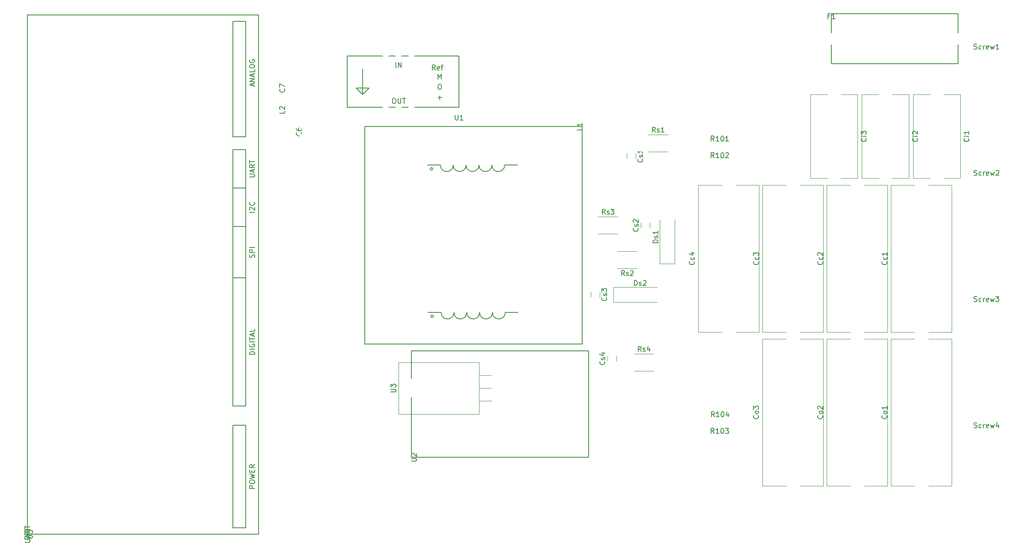
<source format=gbr>
G04 #@! TF.GenerationSoftware,KiCad,Pcbnew,(5.0.0-rc2-39-ga12b9db58)*
G04 #@! TF.CreationDate,2018-05-30T01:03:46-03:00*
G04 #@! TF.ProjectId,Mcc18,4D636331382E6B696361645F70636200,rev?*
G04 #@! TF.SameCoordinates,PX2fb84f0PY2607d70*
G04 #@! TF.FileFunction,Legend,Top*
G04 #@! TF.FilePolarity,Positive*
%FSLAX46Y46*%
G04 Gerber Fmt 4.6, Leading zero omitted, Abs format (unit mm)*
G04 Created by KiCad (PCBNEW (5.0.0-rc2-39-ga12b9db58)) date Wed May 30 01:03:46 2018*
%MOMM*%
%LPD*%
G01*
G04 APERTURE LIST*
%ADD10C,0.150000*%
%ADD11C,0.120000*%
%ADD12O,2.100000X2.940000*%
%ADD13O,2.700000X1.700000*%
%ADD14O,2.400000X1.600000*%
%ADD15R,1.295000X1.400000*%
%ADD16O,4.000000X4.000000*%
%ADD17R,2.500000X4.500000*%
%ADD18O,2.900000X4.900000*%
%ADD19C,2.200000*%
%ADD20R,1.800000X1.800000*%
%ADD21C,5.400000*%
%ADD22C,4.800000*%
%ADD23R,1.800000X1.395000*%
%ADD24O,2.400000X2.305000*%
%ADD25R,2.000000X1.905000*%
%ADD26O,3.900000X3.900000*%
%ADD27C,2.600000*%
%ADD28R,3.500000X2.700000*%
%ADD29R,2.700000X3.500000*%
%ADD30R,1.400000X1.295000*%
%ADD31R,1.495000X3.400000*%
%ADD32C,2.800000*%
%ADD33C,10.400000*%
%ADD34C,3.400000*%
G04 APERTURE END LIST*
D10*
G04 #@! TO.C,U1*
X65532000Y-17272000D02*
X66802000Y-18542000D01*
X68072000Y-17272000D02*
X65532000Y-17272000D01*
X66802000Y-18542000D02*
X68072000Y-17272000D01*
X66802000Y-13462000D02*
X66802000Y-18542000D01*
X85852000Y-10922000D02*
X63754000Y-10922000D01*
X63754000Y-21082000D02*
X63754000Y-10922000D01*
X85852000Y-21082000D02*
X85852000Y-10922000D01*
X85852000Y-21082000D02*
X63754000Y-21082000D01*
G04 #@! TO.C,U2*
X111506000Y-90424000D02*
X111506000Y-69342000D01*
X76454000Y-69342000D02*
X111506000Y-69342000D01*
X76454000Y-90424000D02*
X111506000Y-90424000D01*
X76454000Y-90424000D02*
X76454000Y-69342000D01*
G04 #@! TO.C,L1*
X80645000Y-33274000D02*
G75*
G03X80645000Y-33274000I-254000J0D01*
G01*
X80772000Y-62484000D02*
G75*
G03X80772000Y-62484000I-254000J0D01*
G01*
X79629000Y-32512000D02*
X82169000Y-32512000D01*
X96139000Y-32512000D02*
X97409000Y-32512000D01*
X94869000Y-32512000D02*
X96139000Y-32512000D01*
X92329000Y-32512000D02*
G75*
G02X89789000Y-32512000I-1270000J0D01*
G01*
X84709000Y-32512000D02*
G75*
G02X82169000Y-32512000I-1270000J0D01*
G01*
X87249000Y-32512000D02*
G75*
G02X84709000Y-32512000I-1270000J0D01*
G01*
X89789000Y-32512000D02*
G75*
G02X87249000Y-32512000I-1270000J0D01*
G01*
X94869000Y-32512000D02*
G75*
G02X92329000Y-32512000I-1270000J0D01*
G01*
X96266000Y-61722000D02*
X97536000Y-61722000D01*
X94996000Y-61722000D02*
X96266000Y-61722000D01*
X94996000Y-61722000D02*
G75*
G02X92456000Y-61722000I-1270000J0D01*
G01*
X92456000Y-61722000D02*
G75*
G02X89916000Y-61722000I-1270000J0D01*
G01*
X89916000Y-61722000D02*
G75*
G02X87376000Y-61722000I-1270000J0D01*
G01*
X87376000Y-61722000D02*
G75*
G02X84836000Y-61722000I-1270000J0D01*
G01*
X84836000Y-61722000D02*
G75*
G02X82296000Y-61722000I-1270000J0D01*
G01*
X79756000Y-61722000D02*
X82296000Y-61722000D01*
X67183000Y-24892000D02*
X67183000Y-67945000D01*
X110236000Y-67945000D02*
X67183000Y-67945000D01*
X110236000Y-24892000D02*
X110236000Y-67945000D01*
X110236000Y-24892000D02*
X67183000Y-24892000D01*
G04 #@! TO.C,U5*
X41148000Y-4064000D02*
X41148000Y-26924000D01*
X43688000Y-4064000D02*
X41148000Y-4064000D01*
X43688000Y-26924000D02*
X43688000Y-4064000D01*
X41148000Y-26924000D02*
X43688000Y-26924000D01*
X41148000Y-29464000D02*
X41148000Y-37084000D01*
X43688000Y-29464000D02*
X41148000Y-29464000D01*
X43688000Y-37084000D02*
X43688000Y-29464000D01*
X41148000Y-37084000D02*
X41148000Y-44704000D01*
X43688000Y-37084000D02*
X41148000Y-37084000D01*
X43688000Y-44704000D02*
X43688000Y-37084000D01*
X41148000Y-44704000D02*
X41148000Y-54864000D01*
X43688000Y-44704000D02*
X41148000Y-44704000D01*
X43688000Y-54864000D02*
X43688000Y-44704000D01*
X41148000Y-54864000D02*
X41148000Y-80264000D01*
X43688000Y-54864000D02*
X41148000Y-54864000D01*
X43688000Y-80264000D02*
X43688000Y-54864000D01*
X41148000Y-80264000D02*
X43688000Y-80264000D01*
X41148000Y-84074000D02*
X41148000Y-104394000D01*
X43688000Y-84074000D02*
X41148000Y-84074000D01*
X43688000Y-104394000D02*
X43688000Y-84074000D01*
X41148000Y-104394000D02*
X43688000Y-104394000D01*
X508000Y-2794000D02*
X46228000Y-2794000D01*
X46228000Y-105664000D02*
X46228000Y-2794000D01*
X508000Y-105664000D02*
X508000Y-2794000D01*
X508000Y-105664000D02*
X46228000Y-105664000D01*
D11*
G04 #@! TO.C,Cs4*
X116988000Y-71366000D02*
X116988000Y-70366000D01*
X115168000Y-71366000D02*
X115168000Y-70366000D01*
G04 #@! TO.C,Cs3*
X113686000Y-57666000D02*
X113686000Y-58666000D01*
X111866000Y-57666000D02*
X111866000Y-58666000D01*
G04 #@! TO.C,Cs2*
X123592000Y-44950000D02*
X123592000Y-43950000D01*
X121772000Y-44950000D02*
X121772000Y-43950000D01*
G04 #@! TO.C,Cs1*
X120798000Y-30234000D02*
X120798000Y-31234000D01*
X118978000Y-30234000D02*
X118978000Y-31234000D01*
G04 #@! TO.C,U3*
X89782000Y-74168000D02*
X92322000Y-74168000D01*
X89782000Y-76708000D02*
X92322000Y-76708000D01*
X89782000Y-79248000D02*
X92322000Y-79248000D01*
X73892000Y-71588000D02*
X89782000Y-71588000D01*
X73892000Y-81828000D02*
X89782000Y-81828000D01*
X73892000Y-81828000D02*
X73892000Y-71588000D01*
X89782000Y-81828000D02*
X89782000Y-71588000D01*
G04 #@! TO.C,Ci2*
X168884000Y-35114000D02*
X165520000Y-35114000D01*
X174840000Y-35114000D02*
X171476000Y-35114000D01*
X168884000Y-18494000D02*
X165520000Y-18494000D01*
X174840000Y-18494000D02*
X171476000Y-18494000D01*
X165520000Y-18494000D02*
X165520000Y-35114000D01*
X174840000Y-18494000D02*
X174840000Y-35114000D01*
G04 #@! TO.C,Ci1*
X179044000Y-35114000D02*
X175680000Y-35114000D01*
X185000000Y-35114000D02*
X181636000Y-35114000D01*
X179044000Y-18494000D02*
X175680000Y-18494000D01*
X185000000Y-18494000D02*
X181636000Y-18494000D01*
X175680000Y-18494000D02*
X175680000Y-35114000D01*
X185000000Y-18494000D02*
X185000000Y-35114000D01*
G04 #@! TO.C,Ci3*
X158724000Y-35114000D02*
X155360000Y-35114000D01*
X164680000Y-35114000D02*
X161316000Y-35114000D01*
X158724000Y-18494000D02*
X155360000Y-18494000D01*
X164680000Y-18494000D02*
X161316000Y-18494000D01*
X155360000Y-18494000D02*
X155360000Y-35114000D01*
X164680000Y-18494000D02*
X164680000Y-35114000D01*
G04 #@! TO.C,Ds2*
X116366000Y-59666000D02*
X125066000Y-59666000D01*
X116366000Y-56666000D02*
X116366000Y-59666000D01*
X125066000Y-56666000D02*
X116366000Y-56666000D01*
G04 #@! TO.C,Ds1*
X128500000Y-52036000D02*
X128500000Y-43336000D01*
X125500000Y-52036000D02*
X128500000Y-52036000D01*
X125500000Y-43336000D02*
X125500000Y-52036000D01*
G04 #@! TO.C,Rs4*
X120478000Y-73338000D02*
X124378000Y-73338000D01*
X120478000Y-69918000D02*
X124378000Y-69918000D01*
G04 #@! TO.C,Rs3*
X113366000Y-46160000D02*
X117266000Y-46160000D01*
X113366000Y-42740000D02*
X117266000Y-42740000D01*
G04 #@! TO.C,Rs2*
X121076000Y-49598000D02*
X117176000Y-49598000D01*
X121076000Y-53018000D02*
X117176000Y-53018000D01*
G04 #@! TO.C,Rs1*
X123272000Y-29904000D02*
X127172000Y-29904000D01*
X123272000Y-26484000D02*
X127172000Y-26484000D01*
G04 #@! TO.C,Co2*
X165987000Y-66940000D02*
X170602000Y-66940000D01*
X158582000Y-66940000D02*
X163197000Y-66940000D01*
X165987000Y-96060000D02*
X170602000Y-96060000D01*
X158582000Y-96060000D02*
X163197000Y-96060000D01*
X170602000Y-96060000D02*
X170602000Y-66940000D01*
X158582000Y-96060000D02*
X158582000Y-66940000D01*
G04 #@! TO.C,Cc1*
X171282000Y-65580000D02*
X171282000Y-36460000D01*
X183302000Y-65580000D02*
X183302000Y-36460000D01*
X171282000Y-65580000D02*
X175897000Y-65580000D01*
X178687000Y-65580000D02*
X183302000Y-65580000D01*
X171282000Y-36460000D02*
X175897000Y-36460000D01*
X178687000Y-36460000D02*
X183302000Y-36460000D01*
G04 #@! TO.C,Cc2*
X165987000Y-36460000D02*
X170602000Y-36460000D01*
X158582000Y-36460000D02*
X163197000Y-36460000D01*
X165987000Y-65580000D02*
X170602000Y-65580000D01*
X158582000Y-65580000D02*
X163197000Y-65580000D01*
X170602000Y-65580000D02*
X170602000Y-36460000D01*
X158582000Y-65580000D02*
X158582000Y-36460000D01*
G04 #@! TO.C,Cc3*
X145882000Y-65580000D02*
X145882000Y-36460000D01*
X157902000Y-65580000D02*
X157902000Y-36460000D01*
X145882000Y-65580000D02*
X150497000Y-65580000D01*
X153287000Y-65580000D02*
X157902000Y-65580000D01*
X145882000Y-36460000D02*
X150497000Y-36460000D01*
X153287000Y-36460000D02*
X157902000Y-36460000D01*
G04 #@! TO.C,Co1*
X178687000Y-66940000D02*
X183302000Y-66940000D01*
X171282000Y-66940000D02*
X175897000Y-66940000D01*
X178687000Y-96060000D02*
X183302000Y-96060000D01*
X171282000Y-96060000D02*
X175897000Y-96060000D01*
X183302000Y-96060000D02*
X183302000Y-66940000D01*
X171282000Y-96060000D02*
X171282000Y-66940000D01*
G04 #@! TO.C,Cc4*
X133182000Y-65580000D02*
X133182000Y-36460000D01*
X145202000Y-65580000D02*
X145202000Y-36460000D01*
X133182000Y-65580000D02*
X137797000Y-65580000D01*
X140587000Y-65580000D02*
X145202000Y-65580000D01*
X133182000Y-36460000D02*
X137797000Y-36460000D01*
X140587000Y-36460000D02*
X145202000Y-36460000D01*
G04 #@! TO.C,Co3*
X153287000Y-66940000D02*
X157902000Y-66940000D01*
X145882000Y-66940000D02*
X150497000Y-66940000D01*
X153287000Y-96060000D02*
X157902000Y-96060000D01*
X145882000Y-96060000D02*
X150497000Y-96060000D01*
X157902000Y-96060000D02*
X157902000Y-66940000D01*
X145882000Y-96060000D02*
X145882000Y-66940000D01*
D10*
G04 #@! TO.C,F1*
X184531000Y-2540000D02*
X184531000Y-12446000D01*
X159512000Y-12446000D02*
X184531000Y-12446000D01*
X159512000Y-2540000D02*
X184531000Y-2540000D01*
X159512000Y-2540000D02*
X159512000Y-12446000D01*
G04 #@! TO.C,U1*
X85090095Y-22574380D02*
X85090095Y-23383904D01*
X85137714Y-23479142D01*
X85185333Y-23526761D01*
X85280571Y-23574380D01*
X85471047Y-23574380D01*
X85566285Y-23526761D01*
X85613904Y-23479142D01*
X85661523Y-23383904D01*
X85661523Y-22574380D01*
X86661523Y-23574380D02*
X86090095Y-23574380D01*
X86375809Y-23574380D02*
X86375809Y-22574380D01*
X86280571Y-22717238D01*
X86185333Y-22812476D01*
X86090095Y-22860095D01*
X72914000Y-19264380D02*
X73104476Y-19264380D01*
X73199714Y-19312000D01*
X73294952Y-19407238D01*
X73342571Y-19597714D01*
X73342571Y-19931047D01*
X73294952Y-20121523D01*
X73199714Y-20216761D01*
X73104476Y-20264380D01*
X72914000Y-20264380D01*
X72818761Y-20216761D01*
X72723523Y-20121523D01*
X72675904Y-19931047D01*
X72675904Y-19597714D01*
X72723523Y-19407238D01*
X72818761Y-19312000D01*
X72914000Y-19264380D01*
X73771142Y-19264380D02*
X73771142Y-20073904D01*
X73818761Y-20169142D01*
X73866380Y-20216761D01*
X73961619Y-20264380D01*
X74152095Y-20264380D01*
X74247333Y-20216761D01*
X74294952Y-20169142D01*
X74342571Y-20073904D01*
X74342571Y-19264380D01*
X74675904Y-19264380D02*
X75247333Y-19264380D01*
X74961619Y-20264380D02*
X74961619Y-19264380D01*
X73390190Y-13152380D02*
X73390190Y-12152380D01*
X73866380Y-13152380D02*
X73866380Y-12152380D01*
X74437809Y-13152380D01*
X74437809Y-12152380D01*
X81129238Y-13660380D02*
X80795904Y-13184190D01*
X80557809Y-13660380D02*
X80557809Y-12660380D01*
X80938761Y-12660380D01*
X81034000Y-12708000D01*
X81081619Y-12755619D01*
X81129238Y-12850857D01*
X81129238Y-12993714D01*
X81081619Y-13088952D01*
X81034000Y-13136571D01*
X80938761Y-13184190D01*
X80557809Y-13184190D01*
X81938761Y-13612761D02*
X81843523Y-13660380D01*
X81653047Y-13660380D01*
X81557809Y-13612761D01*
X81510190Y-13517523D01*
X81510190Y-13136571D01*
X81557809Y-13041333D01*
X81653047Y-12993714D01*
X81843523Y-12993714D01*
X81938761Y-13041333D01*
X81986380Y-13136571D01*
X81986380Y-13231809D01*
X81510190Y-13327047D01*
X82272095Y-12993714D02*
X82653047Y-12993714D01*
X82414952Y-13660380D02*
X82414952Y-12803238D01*
X82462571Y-12708000D01*
X82557809Y-12660380D01*
X82653047Y-12660380D01*
X81708666Y-15438380D02*
X81708666Y-14438380D01*
X82042000Y-15152666D01*
X82375333Y-14438380D01*
X82375333Y-15438380D01*
X81946761Y-16470380D02*
X82137238Y-16470380D01*
X82232476Y-16518000D01*
X82327714Y-16613238D01*
X82375333Y-16803714D01*
X82375333Y-17137047D01*
X82327714Y-17327523D01*
X82232476Y-17422761D01*
X82137238Y-17470380D01*
X81946761Y-17470380D01*
X81851523Y-17422761D01*
X81756285Y-17327523D01*
X81708666Y-17137047D01*
X81708666Y-16803714D01*
X81756285Y-16613238D01*
X81851523Y-16518000D01*
X81946761Y-16470380D01*
X81661047Y-19121428D02*
X82422952Y-19121428D01*
X82042000Y-19502380D02*
X82042000Y-18740476D01*
G04 #@! TO.C,R101*
X136294952Y-27756380D02*
X135961619Y-27280190D01*
X135723523Y-27756380D02*
X135723523Y-26756380D01*
X136104476Y-26756380D01*
X136199714Y-26804000D01*
X136247333Y-26851619D01*
X136294952Y-26946857D01*
X136294952Y-27089714D01*
X136247333Y-27184952D01*
X136199714Y-27232571D01*
X136104476Y-27280190D01*
X135723523Y-27280190D01*
X137247333Y-27756380D02*
X136675904Y-27756380D01*
X136961619Y-27756380D02*
X136961619Y-26756380D01*
X136866380Y-26899238D01*
X136771142Y-26994476D01*
X136675904Y-27042095D01*
X137866380Y-26756380D02*
X137961619Y-26756380D01*
X138056857Y-26804000D01*
X138104476Y-26851619D01*
X138152095Y-26946857D01*
X138199714Y-27137333D01*
X138199714Y-27375428D01*
X138152095Y-27565904D01*
X138104476Y-27661142D01*
X138056857Y-27708761D01*
X137961619Y-27756380D01*
X137866380Y-27756380D01*
X137771142Y-27708761D01*
X137723523Y-27661142D01*
X137675904Y-27565904D01*
X137628285Y-27375428D01*
X137628285Y-27137333D01*
X137675904Y-26946857D01*
X137723523Y-26851619D01*
X137771142Y-26804000D01*
X137866380Y-26756380D01*
X139152095Y-27756380D02*
X138580666Y-27756380D01*
X138866380Y-27756380D02*
X138866380Y-26756380D01*
X138771142Y-26899238D01*
X138675904Y-26994476D01*
X138580666Y-27042095D01*
G04 #@! TO.C,U2*
X76406380Y-91185904D02*
X77215904Y-91185904D01*
X77311142Y-91138285D01*
X77358761Y-91090666D01*
X77406380Y-90995428D01*
X77406380Y-90804952D01*
X77358761Y-90709714D01*
X77311142Y-90662095D01*
X77215904Y-90614476D01*
X76406380Y-90614476D01*
X76501619Y-90185904D02*
X76454000Y-90138285D01*
X76406380Y-90043047D01*
X76406380Y-89804952D01*
X76454000Y-89709714D01*
X76501619Y-89662095D01*
X76596857Y-89614476D01*
X76692095Y-89614476D01*
X76834952Y-89662095D01*
X77406380Y-90233523D01*
X77406380Y-89614476D01*
G04 #@! TO.C,L1*
X110188380Y-25058666D02*
X110188380Y-25534857D01*
X109188380Y-25534857D01*
X110188380Y-24201523D02*
X110188380Y-24772952D01*
X110188380Y-24487238D02*
X109188380Y-24487238D01*
X109331238Y-24582476D01*
X109426476Y-24677714D01*
X109474095Y-24772952D01*
G04 #@! TO.C,U5*
X460380Y-106425904D02*
X1269904Y-106425904D01*
X1365142Y-106378285D01*
X1412761Y-106330666D01*
X1460380Y-106235428D01*
X1460380Y-106044952D01*
X1412761Y-105949714D01*
X1365142Y-105902095D01*
X1269904Y-105854476D01*
X460380Y-105854476D01*
X460380Y-104902095D02*
X460380Y-105378285D01*
X936571Y-105425904D01*
X888952Y-105378285D01*
X841333Y-105283047D01*
X841333Y-105044952D01*
X888952Y-104949714D01*
X936571Y-104902095D01*
X1031809Y-104854476D01*
X1269904Y-104854476D01*
X1365142Y-104902095D01*
X1412761Y-104949714D01*
X1460380Y-105044952D01*
X1460380Y-105283047D01*
X1412761Y-105378285D01*
X1365142Y-105425904D01*
X45124666Y-16843047D02*
X45124666Y-16366857D01*
X45410380Y-16938285D02*
X44410380Y-16604952D01*
X45410380Y-16271619D01*
X45410380Y-15938285D02*
X44410380Y-15938285D01*
X45410380Y-15366857D01*
X44410380Y-15366857D01*
X45124666Y-14938285D02*
X45124666Y-14462095D01*
X45410380Y-15033523D02*
X44410380Y-14700190D01*
X45410380Y-14366857D01*
X45410380Y-13557333D02*
X45410380Y-14033523D01*
X44410380Y-14033523D01*
X44410380Y-13033523D02*
X44410380Y-12843047D01*
X44458000Y-12747809D01*
X44553238Y-12652571D01*
X44743714Y-12604952D01*
X45077047Y-12604952D01*
X45267523Y-12652571D01*
X45362761Y-12747809D01*
X45410380Y-12843047D01*
X45410380Y-13033523D01*
X45362761Y-13128761D01*
X45267523Y-13224000D01*
X45077047Y-13271619D01*
X44743714Y-13271619D01*
X44553238Y-13224000D01*
X44458000Y-13128761D01*
X44410380Y-13033523D01*
X44458000Y-11652571D02*
X44410380Y-11747809D01*
X44410380Y-11890666D01*
X44458000Y-12033523D01*
X44553238Y-12128761D01*
X44648476Y-12176380D01*
X44838952Y-12224000D01*
X44981809Y-12224000D01*
X45172285Y-12176380D01*
X45267523Y-12128761D01*
X45362761Y-12033523D01*
X45410380Y-11890666D01*
X45410380Y-11795428D01*
X45362761Y-11652571D01*
X45315142Y-11604952D01*
X44981809Y-11604952D01*
X44981809Y-11795428D01*
X44410380Y-34869238D02*
X45219904Y-34869238D01*
X45315142Y-34821619D01*
X45362761Y-34774000D01*
X45410380Y-34678761D01*
X45410380Y-34488285D01*
X45362761Y-34393047D01*
X45315142Y-34345428D01*
X45219904Y-34297809D01*
X44410380Y-34297809D01*
X45124666Y-33869238D02*
X45124666Y-33393047D01*
X45410380Y-33964476D02*
X44410380Y-33631142D01*
X45410380Y-33297809D01*
X45410380Y-32393047D02*
X44934190Y-32726380D01*
X45410380Y-32964476D02*
X44410380Y-32964476D01*
X44410380Y-32583523D01*
X44458000Y-32488285D01*
X44505619Y-32440666D01*
X44600857Y-32393047D01*
X44743714Y-32393047D01*
X44838952Y-32440666D01*
X44886571Y-32488285D01*
X44934190Y-32583523D01*
X44934190Y-32964476D01*
X44410380Y-32107333D02*
X44410380Y-31535904D01*
X45410380Y-31821619D02*
X44410380Y-31821619D01*
X-39620Y-107259238D02*
X769904Y-107259238D01*
X865142Y-107211619D01*
X912761Y-107164000D01*
X960380Y-107068761D01*
X960380Y-106878285D01*
X912761Y-106783047D01*
X865142Y-106735428D01*
X769904Y-106687809D01*
X-39620Y-106687809D01*
X674666Y-106259238D02*
X674666Y-105783047D01*
X960380Y-106354476D02*
X-39620Y-106021142D01*
X960380Y-105687809D01*
X960380Y-104783047D02*
X484190Y-105116380D01*
X960380Y-105354476D02*
X-39620Y-105354476D01*
X-39620Y-104973523D01*
X8000Y-104878285D01*
X55619Y-104830666D01*
X150857Y-104783047D01*
X293714Y-104783047D01*
X388952Y-104830666D01*
X436571Y-104878285D01*
X484190Y-104973523D01*
X484190Y-105354476D01*
X-39620Y-104497333D02*
X-39620Y-103925904D01*
X960380Y-104211619D02*
X-39620Y-104211619D01*
X45410380Y-41870190D02*
X44410380Y-41870190D01*
X44505619Y-41441619D02*
X44458000Y-41394000D01*
X44410380Y-41298761D01*
X44410380Y-41060666D01*
X44458000Y-40965428D01*
X44505619Y-40917809D01*
X44600857Y-40870190D01*
X44696095Y-40870190D01*
X44838952Y-40917809D01*
X45410380Y-41489238D01*
X45410380Y-40870190D01*
X45315142Y-39870190D02*
X45362761Y-39917809D01*
X45410380Y-40060666D01*
X45410380Y-40155904D01*
X45362761Y-40298761D01*
X45267523Y-40394000D01*
X45172285Y-40441619D01*
X44981809Y-40489238D01*
X44838952Y-40489238D01*
X44648476Y-40441619D01*
X44553238Y-40394000D01*
X44458000Y-40298761D01*
X44410380Y-40155904D01*
X44410380Y-40060666D01*
X44458000Y-39917809D01*
X44505619Y-39870190D01*
X45362761Y-50807809D02*
X45410380Y-50664952D01*
X45410380Y-50426857D01*
X45362761Y-50331619D01*
X45315142Y-50284000D01*
X45219904Y-50236380D01*
X45124666Y-50236380D01*
X45029428Y-50284000D01*
X44981809Y-50331619D01*
X44934190Y-50426857D01*
X44886571Y-50617333D01*
X44838952Y-50712571D01*
X44791333Y-50760190D01*
X44696095Y-50807809D01*
X44600857Y-50807809D01*
X44505619Y-50760190D01*
X44458000Y-50712571D01*
X44410380Y-50617333D01*
X44410380Y-50379238D01*
X44458000Y-50236380D01*
X45410380Y-49807809D02*
X44410380Y-49807809D01*
X44410380Y-49426857D01*
X44458000Y-49331619D01*
X44505619Y-49284000D01*
X44600857Y-49236380D01*
X44743714Y-49236380D01*
X44838952Y-49284000D01*
X44886571Y-49331619D01*
X44934190Y-49426857D01*
X44934190Y-49807809D01*
X45410380Y-48807809D02*
X44410380Y-48807809D01*
X912761Y-106687809D02*
X960380Y-106544952D01*
X960380Y-106306857D01*
X912761Y-106211619D01*
X865142Y-106164000D01*
X769904Y-106116380D01*
X674666Y-106116380D01*
X579428Y-106164000D01*
X531809Y-106211619D01*
X484190Y-106306857D01*
X436571Y-106497333D01*
X388952Y-106592571D01*
X341333Y-106640190D01*
X246095Y-106687809D01*
X150857Y-106687809D01*
X55619Y-106640190D01*
X8000Y-106592571D01*
X-39620Y-106497333D01*
X-39620Y-106259238D01*
X8000Y-106116380D01*
X960380Y-105687809D02*
X-39620Y-105687809D01*
X-39620Y-105306857D01*
X8000Y-105211619D01*
X55619Y-105164000D01*
X150857Y-105116380D01*
X293714Y-105116380D01*
X388952Y-105164000D01*
X436571Y-105211619D01*
X484190Y-105306857D01*
X484190Y-105687809D01*
X960380Y-104687809D02*
X-39620Y-104687809D01*
X45410380Y-70016380D02*
X44410380Y-70016380D01*
X44410380Y-69778285D01*
X44458000Y-69635428D01*
X44553238Y-69540190D01*
X44648476Y-69492571D01*
X44838952Y-69444952D01*
X44981809Y-69444952D01*
X45172285Y-69492571D01*
X45267523Y-69540190D01*
X45362761Y-69635428D01*
X45410380Y-69778285D01*
X45410380Y-70016380D01*
X45410380Y-69016380D02*
X44410380Y-69016380D01*
X44458000Y-68016380D02*
X44410380Y-68111619D01*
X44410380Y-68254476D01*
X44458000Y-68397333D01*
X44553238Y-68492571D01*
X44648476Y-68540190D01*
X44838952Y-68587809D01*
X44981809Y-68587809D01*
X45172285Y-68540190D01*
X45267523Y-68492571D01*
X45362761Y-68397333D01*
X45410380Y-68254476D01*
X45410380Y-68159238D01*
X45362761Y-68016380D01*
X45315142Y-67968761D01*
X44981809Y-67968761D01*
X44981809Y-68159238D01*
X45410380Y-67540190D02*
X44410380Y-67540190D01*
X44410380Y-67206857D02*
X44410380Y-66635428D01*
X45410380Y-66921142D02*
X44410380Y-66921142D01*
X45124666Y-66349714D02*
X45124666Y-65873523D01*
X45410380Y-66444952D02*
X44410380Y-66111619D01*
X45410380Y-65778285D01*
X45410380Y-64968761D02*
X45410380Y-65444952D01*
X44410380Y-65444952D01*
X45410380Y-96543523D02*
X44410380Y-96543523D01*
X44410380Y-96162571D01*
X44458000Y-96067333D01*
X44505619Y-96019714D01*
X44600857Y-95972095D01*
X44743714Y-95972095D01*
X44838952Y-96019714D01*
X44886571Y-96067333D01*
X44934190Y-96162571D01*
X44934190Y-96543523D01*
X44410380Y-95353047D02*
X44410380Y-95162571D01*
X44458000Y-95067333D01*
X44553238Y-94972095D01*
X44743714Y-94924476D01*
X45077047Y-94924476D01*
X45267523Y-94972095D01*
X45362761Y-95067333D01*
X45410380Y-95162571D01*
X45410380Y-95353047D01*
X45362761Y-95448285D01*
X45267523Y-95543523D01*
X45077047Y-95591142D01*
X44743714Y-95591142D01*
X44553238Y-95543523D01*
X44458000Y-95448285D01*
X44410380Y-95353047D01*
X44410380Y-94591142D02*
X45410380Y-94353047D01*
X44696095Y-94162571D01*
X45410380Y-93972095D01*
X44410380Y-93734000D01*
X44886571Y-93353047D02*
X44886571Y-93019714D01*
X45410380Y-92876857D02*
X45410380Y-93353047D01*
X44410380Y-93353047D01*
X44410380Y-92876857D01*
X45410380Y-91876857D02*
X44934190Y-92210190D01*
X45410380Y-92448285D02*
X44410380Y-92448285D01*
X44410380Y-92067333D01*
X44458000Y-91972095D01*
X44505619Y-91924476D01*
X44600857Y-91876857D01*
X44743714Y-91876857D01*
X44838952Y-91924476D01*
X44886571Y-91972095D01*
X44934190Y-92067333D01*
X44934190Y-92448285D01*
G04 #@! TO.C,Cs4*
X114585142Y-71437428D02*
X114632761Y-71485047D01*
X114680380Y-71627904D01*
X114680380Y-71723142D01*
X114632761Y-71866000D01*
X114537523Y-71961238D01*
X114442285Y-72008857D01*
X114251809Y-72056476D01*
X114108952Y-72056476D01*
X113918476Y-72008857D01*
X113823238Y-71961238D01*
X113728000Y-71866000D01*
X113680380Y-71723142D01*
X113680380Y-71627904D01*
X113728000Y-71485047D01*
X113775619Y-71437428D01*
X114632761Y-71056476D02*
X114680380Y-70961238D01*
X114680380Y-70770761D01*
X114632761Y-70675523D01*
X114537523Y-70627904D01*
X114489904Y-70627904D01*
X114394666Y-70675523D01*
X114347047Y-70770761D01*
X114347047Y-70913619D01*
X114299428Y-71008857D01*
X114204190Y-71056476D01*
X114156571Y-71056476D01*
X114061333Y-71008857D01*
X114013714Y-70913619D01*
X114013714Y-70770761D01*
X114061333Y-70675523D01*
X114013714Y-69770761D02*
X114680380Y-69770761D01*
X113632761Y-70008857D02*
X114347047Y-70246952D01*
X114347047Y-69627904D01*
G04 #@! TO.C,Cs3*
X114983142Y-58737428D02*
X115030761Y-58785047D01*
X115078380Y-58927904D01*
X115078380Y-59023142D01*
X115030761Y-59166000D01*
X114935523Y-59261238D01*
X114840285Y-59308857D01*
X114649809Y-59356476D01*
X114506952Y-59356476D01*
X114316476Y-59308857D01*
X114221238Y-59261238D01*
X114126000Y-59166000D01*
X114078380Y-59023142D01*
X114078380Y-58927904D01*
X114126000Y-58785047D01*
X114173619Y-58737428D01*
X115030761Y-58356476D02*
X115078380Y-58261238D01*
X115078380Y-58070761D01*
X115030761Y-57975523D01*
X114935523Y-57927904D01*
X114887904Y-57927904D01*
X114792666Y-57975523D01*
X114745047Y-58070761D01*
X114745047Y-58213619D01*
X114697428Y-58308857D01*
X114602190Y-58356476D01*
X114554571Y-58356476D01*
X114459333Y-58308857D01*
X114411714Y-58213619D01*
X114411714Y-58070761D01*
X114459333Y-57975523D01*
X114078380Y-57594571D02*
X114078380Y-56975523D01*
X114459333Y-57308857D01*
X114459333Y-57166000D01*
X114506952Y-57070761D01*
X114554571Y-57023142D01*
X114649809Y-56975523D01*
X114887904Y-56975523D01*
X114983142Y-57023142D01*
X115030761Y-57070761D01*
X115078380Y-57166000D01*
X115078380Y-57451714D01*
X115030761Y-57546952D01*
X114983142Y-57594571D01*
G04 #@! TO.C,Cs2*
X121189142Y-45021428D02*
X121236761Y-45069047D01*
X121284380Y-45211904D01*
X121284380Y-45307142D01*
X121236761Y-45450000D01*
X121141523Y-45545238D01*
X121046285Y-45592857D01*
X120855809Y-45640476D01*
X120712952Y-45640476D01*
X120522476Y-45592857D01*
X120427238Y-45545238D01*
X120332000Y-45450000D01*
X120284380Y-45307142D01*
X120284380Y-45211904D01*
X120332000Y-45069047D01*
X120379619Y-45021428D01*
X121236761Y-44640476D02*
X121284380Y-44545238D01*
X121284380Y-44354761D01*
X121236761Y-44259523D01*
X121141523Y-44211904D01*
X121093904Y-44211904D01*
X120998666Y-44259523D01*
X120951047Y-44354761D01*
X120951047Y-44497619D01*
X120903428Y-44592857D01*
X120808190Y-44640476D01*
X120760571Y-44640476D01*
X120665333Y-44592857D01*
X120617714Y-44497619D01*
X120617714Y-44354761D01*
X120665333Y-44259523D01*
X120379619Y-43830952D02*
X120332000Y-43783333D01*
X120284380Y-43688095D01*
X120284380Y-43450000D01*
X120332000Y-43354761D01*
X120379619Y-43307142D01*
X120474857Y-43259523D01*
X120570095Y-43259523D01*
X120712952Y-43307142D01*
X121284380Y-43878571D01*
X121284380Y-43259523D01*
G04 #@! TO.C,Cs1*
X122095142Y-31305428D02*
X122142761Y-31353047D01*
X122190380Y-31495904D01*
X122190380Y-31591142D01*
X122142761Y-31734000D01*
X122047523Y-31829238D01*
X121952285Y-31876857D01*
X121761809Y-31924476D01*
X121618952Y-31924476D01*
X121428476Y-31876857D01*
X121333238Y-31829238D01*
X121238000Y-31734000D01*
X121190380Y-31591142D01*
X121190380Y-31495904D01*
X121238000Y-31353047D01*
X121285619Y-31305428D01*
X122142761Y-30924476D02*
X122190380Y-30829238D01*
X122190380Y-30638761D01*
X122142761Y-30543523D01*
X122047523Y-30495904D01*
X121999904Y-30495904D01*
X121904666Y-30543523D01*
X121857047Y-30638761D01*
X121857047Y-30781619D01*
X121809428Y-30876857D01*
X121714190Y-30924476D01*
X121666571Y-30924476D01*
X121571333Y-30876857D01*
X121523714Y-30781619D01*
X121523714Y-30638761D01*
X121571333Y-30543523D01*
X122190380Y-29543523D02*
X122190380Y-30114952D01*
X122190380Y-29829238D02*
X121190380Y-29829238D01*
X121333238Y-29924476D01*
X121428476Y-30019714D01*
X121476095Y-30114952D01*
G04 #@! TO.C,U3*
X72344380Y-77469904D02*
X73153904Y-77469904D01*
X73249142Y-77422285D01*
X73296761Y-77374666D01*
X73344380Y-77279428D01*
X73344380Y-77088952D01*
X73296761Y-76993714D01*
X73249142Y-76946095D01*
X73153904Y-76898476D01*
X72344380Y-76898476D01*
X72344380Y-76517523D02*
X72344380Y-75898476D01*
X72725333Y-76231809D01*
X72725333Y-76088952D01*
X72772952Y-75993714D01*
X72820571Y-75946095D01*
X72915809Y-75898476D01*
X73153904Y-75898476D01*
X73249142Y-75946095D01*
X73296761Y-75993714D01*
X73344380Y-76088952D01*
X73344380Y-76374666D01*
X73296761Y-76469904D01*
X73249142Y-76517523D01*
G04 #@! TO.C,Ci2*
X176447142Y-27208761D02*
X176494761Y-27256380D01*
X176542380Y-27399238D01*
X176542380Y-27494476D01*
X176494761Y-27637333D01*
X176399523Y-27732571D01*
X176304285Y-27780190D01*
X176113809Y-27827809D01*
X175970952Y-27827809D01*
X175780476Y-27780190D01*
X175685238Y-27732571D01*
X175590000Y-27637333D01*
X175542380Y-27494476D01*
X175542380Y-27399238D01*
X175590000Y-27256380D01*
X175637619Y-27208761D01*
X176542380Y-26780190D02*
X175875714Y-26780190D01*
X175542380Y-26780190D02*
X175590000Y-26827809D01*
X175637619Y-26780190D01*
X175590000Y-26732571D01*
X175542380Y-26780190D01*
X175637619Y-26780190D01*
X175637619Y-26351619D02*
X175590000Y-26304000D01*
X175542380Y-26208761D01*
X175542380Y-25970666D01*
X175590000Y-25875428D01*
X175637619Y-25827809D01*
X175732857Y-25780190D01*
X175828095Y-25780190D01*
X175970952Y-25827809D01*
X176542380Y-26399238D01*
X176542380Y-25780190D01*
G04 #@! TO.C,Ci1*
X186607142Y-27208761D02*
X186654761Y-27256380D01*
X186702380Y-27399238D01*
X186702380Y-27494476D01*
X186654761Y-27637333D01*
X186559523Y-27732571D01*
X186464285Y-27780190D01*
X186273809Y-27827809D01*
X186130952Y-27827809D01*
X185940476Y-27780190D01*
X185845238Y-27732571D01*
X185750000Y-27637333D01*
X185702380Y-27494476D01*
X185702380Y-27399238D01*
X185750000Y-27256380D01*
X185797619Y-27208761D01*
X186702380Y-26780190D02*
X186035714Y-26780190D01*
X185702380Y-26780190D02*
X185750000Y-26827809D01*
X185797619Y-26780190D01*
X185750000Y-26732571D01*
X185702380Y-26780190D01*
X185797619Y-26780190D01*
X186702380Y-25780190D02*
X186702380Y-26351619D01*
X186702380Y-26065904D02*
X185702380Y-26065904D01*
X185845238Y-26161142D01*
X185940476Y-26256380D01*
X185988095Y-26351619D01*
G04 #@! TO.C,Ci3*
X166287142Y-27208761D02*
X166334761Y-27256380D01*
X166382380Y-27399238D01*
X166382380Y-27494476D01*
X166334761Y-27637333D01*
X166239523Y-27732571D01*
X166144285Y-27780190D01*
X165953809Y-27827809D01*
X165810952Y-27827809D01*
X165620476Y-27780190D01*
X165525238Y-27732571D01*
X165430000Y-27637333D01*
X165382380Y-27494476D01*
X165382380Y-27399238D01*
X165430000Y-27256380D01*
X165477619Y-27208761D01*
X166382380Y-26780190D02*
X165715714Y-26780190D01*
X165382380Y-26780190D02*
X165430000Y-26827809D01*
X165477619Y-26780190D01*
X165430000Y-26732571D01*
X165382380Y-26780190D01*
X165477619Y-26780190D01*
X165382380Y-26399238D02*
X165382380Y-25780190D01*
X165763333Y-26113523D01*
X165763333Y-25970666D01*
X165810952Y-25875428D01*
X165858571Y-25827809D01*
X165953809Y-25780190D01*
X166191904Y-25780190D01*
X166287142Y-25827809D01*
X166334761Y-25875428D01*
X166382380Y-25970666D01*
X166382380Y-26256380D01*
X166334761Y-26351619D01*
X166287142Y-26399238D01*
G04 #@! TO.C,Ds2*
X120523142Y-56368380D02*
X120523142Y-55368380D01*
X120761238Y-55368380D01*
X120904095Y-55416000D01*
X120999333Y-55511238D01*
X121046952Y-55606476D01*
X121094571Y-55796952D01*
X121094571Y-55939809D01*
X121046952Y-56130285D01*
X120999333Y-56225523D01*
X120904095Y-56320761D01*
X120761238Y-56368380D01*
X120523142Y-56368380D01*
X121475523Y-56320761D02*
X121570761Y-56368380D01*
X121761238Y-56368380D01*
X121856476Y-56320761D01*
X121904095Y-56225523D01*
X121904095Y-56177904D01*
X121856476Y-56082666D01*
X121761238Y-56035047D01*
X121618380Y-56035047D01*
X121523142Y-55987428D01*
X121475523Y-55892190D01*
X121475523Y-55844571D01*
X121523142Y-55749333D01*
X121618380Y-55701714D01*
X121761238Y-55701714D01*
X121856476Y-55749333D01*
X122285047Y-55463619D02*
X122332666Y-55416000D01*
X122427904Y-55368380D01*
X122666000Y-55368380D01*
X122761238Y-55416000D01*
X122808857Y-55463619D01*
X122856476Y-55558857D01*
X122856476Y-55654095D01*
X122808857Y-55796952D01*
X122237428Y-56368380D01*
X122856476Y-56368380D01*
G04 #@! TO.C,Ds1*
X125202380Y-47878857D02*
X124202380Y-47878857D01*
X124202380Y-47640761D01*
X124250000Y-47497904D01*
X124345238Y-47402666D01*
X124440476Y-47355047D01*
X124630952Y-47307428D01*
X124773809Y-47307428D01*
X124964285Y-47355047D01*
X125059523Y-47402666D01*
X125154761Y-47497904D01*
X125202380Y-47640761D01*
X125202380Y-47878857D01*
X125154761Y-46926476D02*
X125202380Y-46831238D01*
X125202380Y-46640761D01*
X125154761Y-46545523D01*
X125059523Y-46497904D01*
X125011904Y-46497904D01*
X124916666Y-46545523D01*
X124869047Y-46640761D01*
X124869047Y-46783619D01*
X124821428Y-46878857D01*
X124726190Y-46926476D01*
X124678571Y-46926476D01*
X124583333Y-46878857D01*
X124535714Y-46783619D01*
X124535714Y-46640761D01*
X124583333Y-46545523D01*
X125202380Y-45545523D02*
X125202380Y-46116952D01*
X125202380Y-45831238D02*
X124202380Y-45831238D01*
X124345238Y-45926476D01*
X124440476Y-46021714D01*
X124488095Y-46116952D01*
G04 #@! TO.C,L2*
X51380380Y-21756666D02*
X51380380Y-22232857D01*
X50380380Y-22232857D01*
X50475619Y-21470952D02*
X50428000Y-21423333D01*
X50380380Y-21328095D01*
X50380380Y-21090000D01*
X50428000Y-20994761D01*
X50475619Y-20947142D01*
X50570857Y-20899523D01*
X50666095Y-20899523D01*
X50808952Y-20947142D01*
X51380380Y-21518571D01*
X51380380Y-20899523D01*
G04 #@! TO.C,Rs4*
X121856571Y-69430380D02*
X121523238Y-68954190D01*
X121285142Y-69430380D02*
X121285142Y-68430380D01*
X121666095Y-68430380D01*
X121761333Y-68478000D01*
X121808952Y-68525619D01*
X121856571Y-68620857D01*
X121856571Y-68763714D01*
X121808952Y-68858952D01*
X121761333Y-68906571D01*
X121666095Y-68954190D01*
X121285142Y-68954190D01*
X122237523Y-69382761D02*
X122332761Y-69430380D01*
X122523238Y-69430380D01*
X122618476Y-69382761D01*
X122666095Y-69287523D01*
X122666095Y-69239904D01*
X122618476Y-69144666D01*
X122523238Y-69097047D01*
X122380380Y-69097047D01*
X122285142Y-69049428D01*
X122237523Y-68954190D01*
X122237523Y-68906571D01*
X122285142Y-68811333D01*
X122380380Y-68763714D01*
X122523238Y-68763714D01*
X122618476Y-68811333D01*
X123523238Y-68763714D02*
X123523238Y-69430380D01*
X123285142Y-68382761D02*
X123047047Y-69097047D01*
X123666095Y-69097047D01*
G04 #@! TO.C,Rs3*
X114744571Y-42252380D02*
X114411238Y-41776190D01*
X114173142Y-42252380D02*
X114173142Y-41252380D01*
X114554095Y-41252380D01*
X114649333Y-41300000D01*
X114696952Y-41347619D01*
X114744571Y-41442857D01*
X114744571Y-41585714D01*
X114696952Y-41680952D01*
X114649333Y-41728571D01*
X114554095Y-41776190D01*
X114173142Y-41776190D01*
X115125523Y-42204761D02*
X115220761Y-42252380D01*
X115411238Y-42252380D01*
X115506476Y-42204761D01*
X115554095Y-42109523D01*
X115554095Y-42061904D01*
X115506476Y-41966666D01*
X115411238Y-41919047D01*
X115268380Y-41919047D01*
X115173142Y-41871428D01*
X115125523Y-41776190D01*
X115125523Y-41728571D01*
X115173142Y-41633333D01*
X115268380Y-41585714D01*
X115411238Y-41585714D01*
X115506476Y-41633333D01*
X115887428Y-41252380D02*
X116506476Y-41252380D01*
X116173142Y-41633333D01*
X116316000Y-41633333D01*
X116411238Y-41680952D01*
X116458857Y-41728571D01*
X116506476Y-41823809D01*
X116506476Y-42061904D01*
X116458857Y-42157142D01*
X116411238Y-42204761D01*
X116316000Y-42252380D01*
X116030285Y-42252380D01*
X115935047Y-42204761D01*
X115887428Y-42157142D01*
G04 #@! TO.C,Rs2*
X118554571Y-54410380D02*
X118221238Y-53934190D01*
X117983142Y-54410380D02*
X117983142Y-53410380D01*
X118364095Y-53410380D01*
X118459333Y-53458000D01*
X118506952Y-53505619D01*
X118554571Y-53600857D01*
X118554571Y-53743714D01*
X118506952Y-53838952D01*
X118459333Y-53886571D01*
X118364095Y-53934190D01*
X117983142Y-53934190D01*
X118935523Y-54362761D02*
X119030761Y-54410380D01*
X119221238Y-54410380D01*
X119316476Y-54362761D01*
X119364095Y-54267523D01*
X119364095Y-54219904D01*
X119316476Y-54124666D01*
X119221238Y-54077047D01*
X119078380Y-54077047D01*
X118983142Y-54029428D01*
X118935523Y-53934190D01*
X118935523Y-53886571D01*
X118983142Y-53791333D01*
X119078380Y-53743714D01*
X119221238Y-53743714D01*
X119316476Y-53791333D01*
X119745047Y-53505619D02*
X119792666Y-53458000D01*
X119887904Y-53410380D01*
X120126000Y-53410380D01*
X120221238Y-53458000D01*
X120268857Y-53505619D01*
X120316476Y-53600857D01*
X120316476Y-53696095D01*
X120268857Y-53838952D01*
X119697428Y-54410380D01*
X120316476Y-54410380D01*
G04 #@! TO.C,Rs1*
X124650571Y-25996380D02*
X124317238Y-25520190D01*
X124079142Y-25996380D02*
X124079142Y-24996380D01*
X124460095Y-24996380D01*
X124555333Y-25044000D01*
X124602952Y-25091619D01*
X124650571Y-25186857D01*
X124650571Y-25329714D01*
X124602952Y-25424952D01*
X124555333Y-25472571D01*
X124460095Y-25520190D01*
X124079142Y-25520190D01*
X125031523Y-25948761D02*
X125126761Y-25996380D01*
X125317238Y-25996380D01*
X125412476Y-25948761D01*
X125460095Y-25853523D01*
X125460095Y-25805904D01*
X125412476Y-25710666D01*
X125317238Y-25663047D01*
X125174380Y-25663047D01*
X125079142Y-25615428D01*
X125031523Y-25520190D01*
X125031523Y-25472571D01*
X125079142Y-25377333D01*
X125174380Y-25329714D01*
X125317238Y-25329714D01*
X125412476Y-25377333D01*
X126412476Y-25996380D02*
X125841047Y-25996380D01*
X126126761Y-25996380D02*
X126126761Y-24996380D01*
X126031523Y-25139238D01*
X125936285Y-25234476D01*
X125841047Y-25282095D01*
G04 #@! TO.C,C6*
X54585142Y-26074666D02*
X54632761Y-26122285D01*
X54680380Y-26265142D01*
X54680380Y-26360380D01*
X54632761Y-26503238D01*
X54537523Y-26598476D01*
X54442285Y-26646095D01*
X54251809Y-26693714D01*
X54108952Y-26693714D01*
X53918476Y-26646095D01*
X53823238Y-26598476D01*
X53728000Y-26503238D01*
X53680380Y-26360380D01*
X53680380Y-26265142D01*
X53728000Y-26122285D01*
X53775619Y-26074666D01*
X53680380Y-25217523D02*
X53680380Y-25408000D01*
X53728000Y-25503238D01*
X53775619Y-25550857D01*
X53918476Y-25646095D01*
X54108952Y-25693714D01*
X54489904Y-25693714D01*
X54585142Y-25646095D01*
X54632761Y-25598476D01*
X54680380Y-25503238D01*
X54680380Y-25312761D01*
X54632761Y-25217523D01*
X54585142Y-25169904D01*
X54489904Y-25122285D01*
X54251809Y-25122285D01*
X54156571Y-25169904D01*
X54108952Y-25217523D01*
X54061333Y-25312761D01*
X54061333Y-25503238D01*
X54108952Y-25598476D01*
X54156571Y-25646095D01*
X54251809Y-25693714D01*
G04 #@! TO.C,C7*
X51285142Y-17438666D02*
X51332761Y-17486285D01*
X51380380Y-17629142D01*
X51380380Y-17724380D01*
X51332761Y-17867238D01*
X51237523Y-17962476D01*
X51142285Y-18010095D01*
X50951809Y-18057714D01*
X50808952Y-18057714D01*
X50618476Y-18010095D01*
X50523238Y-17962476D01*
X50428000Y-17867238D01*
X50380380Y-17724380D01*
X50380380Y-17629142D01*
X50428000Y-17486285D01*
X50475619Y-17438666D01*
X50380380Y-17105333D02*
X50380380Y-16438666D01*
X51380380Y-16867238D01*
G04 #@! TO.C,Co2*
X157689142Y-82119047D02*
X157736761Y-82166666D01*
X157784380Y-82309523D01*
X157784380Y-82404761D01*
X157736761Y-82547619D01*
X157641523Y-82642857D01*
X157546285Y-82690476D01*
X157355809Y-82738095D01*
X157212952Y-82738095D01*
X157022476Y-82690476D01*
X156927238Y-82642857D01*
X156832000Y-82547619D01*
X156784380Y-82404761D01*
X156784380Y-82309523D01*
X156832000Y-82166666D01*
X156879619Y-82119047D01*
X157784380Y-81547619D02*
X157736761Y-81642857D01*
X157689142Y-81690476D01*
X157593904Y-81738095D01*
X157308190Y-81738095D01*
X157212952Y-81690476D01*
X157165333Y-81642857D01*
X157117714Y-81547619D01*
X157117714Y-81404761D01*
X157165333Y-81309523D01*
X157212952Y-81261904D01*
X157308190Y-81214285D01*
X157593904Y-81214285D01*
X157689142Y-81261904D01*
X157736761Y-81309523D01*
X157784380Y-81404761D01*
X157784380Y-81547619D01*
X156879619Y-80833333D02*
X156832000Y-80785714D01*
X156784380Y-80690476D01*
X156784380Y-80452380D01*
X156832000Y-80357142D01*
X156879619Y-80309523D01*
X156974857Y-80261904D01*
X157070095Y-80261904D01*
X157212952Y-80309523D01*
X157784380Y-80880952D01*
X157784380Y-80261904D01*
G04 #@! TO.C,Cc1*
X170389142Y-51615238D02*
X170436761Y-51662857D01*
X170484380Y-51805714D01*
X170484380Y-51900952D01*
X170436761Y-52043809D01*
X170341523Y-52139047D01*
X170246285Y-52186666D01*
X170055809Y-52234285D01*
X169912952Y-52234285D01*
X169722476Y-52186666D01*
X169627238Y-52139047D01*
X169532000Y-52043809D01*
X169484380Y-51900952D01*
X169484380Y-51805714D01*
X169532000Y-51662857D01*
X169579619Y-51615238D01*
X170436761Y-50758095D02*
X170484380Y-50853333D01*
X170484380Y-51043809D01*
X170436761Y-51139047D01*
X170389142Y-51186666D01*
X170293904Y-51234285D01*
X170008190Y-51234285D01*
X169912952Y-51186666D01*
X169865333Y-51139047D01*
X169817714Y-51043809D01*
X169817714Y-50853333D01*
X169865333Y-50758095D01*
X170484380Y-49805714D02*
X170484380Y-50377142D01*
X170484380Y-50091428D02*
X169484380Y-50091428D01*
X169627238Y-50186666D01*
X169722476Y-50281904D01*
X169770095Y-50377142D01*
G04 #@! TO.C,Cc2*
X157689142Y-51615238D02*
X157736761Y-51662857D01*
X157784380Y-51805714D01*
X157784380Y-51900952D01*
X157736761Y-52043809D01*
X157641523Y-52139047D01*
X157546285Y-52186666D01*
X157355809Y-52234285D01*
X157212952Y-52234285D01*
X157022476Y-52186666D01*
X156927238Y-52139047D01*
X156832000Y-52043809D01*
X156784380Y-51900952D01*
X156784380Y-51805714D01*
X156832000Y-51662857D01*
X156879619Y-51615238D01*
X157736761Y-50758095D02*
X157784380Y-50853333D01*
X157784380Y-51043809D01*
X157736761Y-51139047D01*
X157689142Y-51186666D01*
X157593904Y-51234285D01*
X157308190Y-51234285D01*
X157212952Y-51186666D01*
X157165333Y-51139047D01*
X157117714Y-51043809D01*
X157117714Y-50853333D01*
X157165333Y-50758095D01*
X156879619Y-50377142D02*
X156832000Y-50329523D01*
X156784380Y-50234285D01*
X156784380Y-49996190D01*
X156832000Y-49900952D01*
X156879619Y-49853333D01*
X156974857Y-49805714D01*
X157070095Y-49805714D01*
X157212952Y-49853333D01*
X157784380Y-50424761D01*
X157784380Y-49805714D01*
G04 #@! TO.C,Cc3*
X144989142Y-51615238D02*
X145036761Y-51662857D01*
X145084380Y-51805714D01*
X145084380Y-51900952D01*
X145036761Y-52043809D01*
X144941523Y-52139047D01*
X144846285Y-52186666D01*
X144655809Y-52234285D01*
X144512952Y-52234285D01*
X144322476Y-52186666D01*
X144227238Y-52139047D01*
X144132000Y-52043809D01*
X144084380Y-51900952D01*
X144084380Y-51805714D01*
X144132000Y-51662857D01*
X144179619Y-51615238D01*
X145036761Y-50758095D02*
X145084380Y-50853333D01*
X145084380Y-51043809D01*
X145036761Y-51139047D01*
X144989142Y-51186666D01*
X144893904Y-51234285D01*
X144608190Y-51234285D01*
X144512952Y-51186666D01*
X144465333Y-51139047D01*
X144417714Y-51043809D01*
X144417714Y-50853333D01*
X144465333Y-50758095D01*
X144084380Y-50424761D02*
X144084380Y-49805714D01*
X144465333Y-50139047D01*
X144465333Y-49996190D01*
X144512952Y-49900952D01*
X144560571Y-49853333D01*
X144655809Y-49805714D01*
X144893904Y-49805714D01*
X144989142Y-49853333D01*
X145036761Y-49900952D01*
X145084380Y-49996190D01*
X145084380Y-50281904D01*
X145036761Y-50377142D01*
X144989142Y-50424761D01*
G04 #@! TO.C,Co1*
X170389142Y-82119047D02*
X170436761Y-82166666D01*
X170484380Y-82309523D01*
X170484380Y-82404761D01*
X170436761Y-82547619D01*
X170341523Y-82642857D01*
X170246285Y-82690476D01*
X170055809Y-82738095D01*
X169912952Y-82738095D01*
X169722476Y-82690476D01*
X169627238Y-82642857D01*
X169532000Y-82547619D01*
X169484380Y-82404761D01*
X169484380Y-82309523D01*
X169532000Y-82166666D01*
X169579619Y-82119047D01*
X170484380Y-81547619D02*
X170436761Y-81642857D01*
X170389142Y-81690476D01*
X170293904Y-81738095D01*
X170008190Y-81738095D01*
X169912952Y-81690476D01*
X169865333Y-81642857D01*
X169817714Y-81547619D01*
X169817714Y-81404761D01*
X169865333Y-81309523D01*
X169912952Y-81261904D01*
X170008190Y-81214285D01*
X170293904Y-81214285D01*
X170389142Y-81261904D01*
X170436761Y-81309523D01*
X170484380Y-81404761D01*
X170484380Y-81547619D01*
X170484380Y-80261904D02*
X170484380Y-80833333D01*
X170484380Y-80547619D02*
X169484380Y-80547619D01*
X169627238Y-80642857D01*
X169722476Y-80738095D01*
X169770095Y-80833333D01*
G04 #@! TO.C,Cc4*
X132289142Y-51615238D02*
X132336761Y-51662857D01*
X132384380Y-51805714D01*
X132384380Y-51900952D01*
X132336761Y-52043809D01*
X132241523Y-52139047D01*
X132146285Y-52186666D01*
X131955809Y-52234285D01*
X131812952Y-52234285D01*
X131622476Y-52186666D01*
X131527238Y-52139047D01*
X131432000Y-52043809D01*
X131384380Y-51900952D01*
X131384380Y-51805714D01*
X131432000Y-51662857D01*
X131479619Y-51615238D01*
X132336761Y-50758095D02*
X132384380Y-50853333D01*
X132384380Y-51043809D01*
X132336761Y-51139047D01*
X132289142Y-51186666D01*
X132193904Y-51234285D01*
X131908190Y-51234285D01*
X131812952Y-51186666D01*
X131765333Y-51139047D01*
X131717714Y-51043809D01*
X131717714Y-50853333D01*
X131765333Y-50758095D01*
X131717714Y-49900952D02*
X132384380Y-49900952D01*
X131336761Y-50139047D02*
X132051047Y-50377142D01*
X132051047Y-49758095D01*
G04 #@! TO.C,Co3*
X144989142Y-82119047D02*
X145036761Y-82166666D01*
X145084380Y-82309523D01*
X145084380Y-82404761D01*
X145036761Y-82547619D01*
X144941523Y-82642857D01*
X144846285Y-82690476D01*
X144655809Y-82738095D01*
X144512952Y-82738095D01*
X144322476Y-82690476D01*
X144227238Y-82642857D01*
X144132000Y-82547619D01*
X144084380Y-82404761D01*
X144084380Y-82309523D01*
X144132000Y-82166666D01*
X144179619Y-82119047D01*
X145084380Y-81547619D02*
X145036761Y-81642857D01*
X144989142Y-81690476D01*
X144893904Y-81738095D01*
X144608190Y-81738095D01*
X144512952Y-81690476D01*
X144465333Y-81642857D01*
X144417714Y-81547619D01*
X144417714Y-81404761D01*
X144465333Y-81309523D01*
X144512952Y-81261904D01*
X144608190Y-81214285D01*
X144893904Y-81214285D01*
X144989142Y-81261904D01*
X145036761Y-81309523D01*
X145084380Y-81404761D01*
X145084380Y-81547619D01*
X144084380Y-80880952D02*
X144084380Y-80261904D01*
X144465333Y-80595238D01*
X144465333Y-80452380D01*
X144512952Y-80357142D01*
X144560571Y-80309523D01*
X144655809Y-80261904D01*
X144893904Y-80261904D01*
X144989142Y-80309523D01*
X145036761Y-80357142D01*
X145084380Y-80452380D01*
X145084380Y-80738095D01*
X145036761Y-80833333D01*
X144989142Y-80880952D01*
G04 #@! TO.C,Screw4*
X187711619Y-84498761D02*
X187854476Y-84546380D01*
X188092571Y-84546380D01*
X188187809Y-84498761D01*
X188235428Y-84451142D01*
X188283047Y-84355904D01*
X188283047Y-84260666D01*
X188235428Y-84165428D01*
X188187809Y-84117809D01*
X188092571Y-84070190D01*
X187902095Y-84022571D01*
X187806857Y-83974952D01*
X187759238Y-83927333D01*
X187711619Y-83832095D01*
X187711619Y-83736857D01*
X187759238Y-83641619D01*
X187806857Y-83594000D01*
X187902095Y-83546380D01*
X188140190Y-83546380D01*
X188283047Y-83594000D01*
X189140190Y-84498761D02*
X189044952Y-84546380D01*
X188854476Y-84546380D01*
X188759238Y-84498761D01*
X188711619Y-84451142D01*
X188664000Y-84355904D01*
X188664000Y-84070190D01*
X188711619Y-83974952D01*
X188759238Y-83927333D01*
X188854476Y-83879714D01*
X189044952Y-83879714D01*
X189140190Y-83927333D01*
X189568761Y-84546380D02*
X189568761Y-83879714D01*
X189568761Y-84070190D02*
X189616380Y-83974952D01*
X189664000Y-83927333D01*
X189759238Y-83879714D01*
X189854476Y-83879714D01*
X190568761Y-84498761D02*
X190473523Y-84546380D01*
X190283047Y-84546380D01*
X190187809Y-84498761D01*
X190140190Y-84403523D01*
X190140190Y-84022571D01*
X190187809Y-83927333D01*
X190283047Y-83879714D01*
X190473523Y-83879714D01*
X190568761Y-83927333D01*
X190616380Y-84022571D01*
X190616380Y-84117809D01*
X190140190Y-84213047D01*
X190949714Y-83879714D02*
X191140190Y-84546380D01*
X191330666Y-84070190D01*
X191521142Y-84546380D01*
X191711619Y-83879714D01*
X192521142Y-83879714D02*
X192521142Y-84546380D01*
X192283047Y-83498761D02*
X192044952Y-84213047D01*
X192664000Y-84213047D01*
G04 #@! TO.C,Screw3*
X187711619Y-59498761D02*
X187854476Y-59546380D01*
X188092571Y-59546380D01*
X188187809Y-59498761D01*
X188235428Y-59451142D01*
X188283047Y-59355904D01*
X188283047Y-59260666D01*
X188235428Y-59165428D01*
X188187809Y-59117809D01*
X188092571Y-59070190D01*
X187902095Y-59022571D01*
X187806857Y-58974952D01*
X187759238Y-58927333D01*
X187711619Y-58832095D01*
X187711619Y-58736857D01*
X187759238Y-58641619D01*
X187806857Y-58594000D01*
X187902095Y-58546380D01*
X188140190Y-58546380D01*
X188283047Y-58594000D01*
X189140190Y-59498761D02*
X189044952Y-59546380D01*
X188854476Y-59546380D01*
X188759238Y-59498761D01*
X188711619Y-59451142D01*
X188664000Y-59355904D01*
X188664000Y-59070190D01*
X188711619Y-58974952D01*
X188759238Y-58927333D01*
X188854476Y-58879714D01*
X189044952Y-58879714D01*
X189140190Y-58927333D01*
X189568761Y-59546380D02*
X189568761Y-58879714D01*
X189568761Y-59070190D02*
X189616380Y-58974952D01*
X189664000Y-58927333D01*
X189759238Y-58879714D01*
X189854476Y-58879714D01*
X190568761Y-59498761D02*
X190473523Y-59546380D01*
X190283047Y-59546380D01*
X190187809Y-59498761D01*
X190140190Y-59403523D01*
X190140190Y-59022571D01*
X190187809Y-58927333D01*
X190283047Y-58879714D01*
X190473523Y-58879714D01*
X190568761Y-58927333D01*
X190616380Y-59022571D01*
X190616380Y-59117809D01*
X190140190Y-59213047D01*
X190949714Y-58879714D02*
X191140190Y-59546380D01*
X191330666Y-59070190D01*
X191521142Y-59546380D01*
X191711619Y-58879714D01*
X191997333Y-58546380D02*
X192616380Y-58546380D01*
X192283047Y-58927333D01*
X192425904Y-58927333D01*
X192521142Y-58974952D01*
X192568761Y-59022571D01*
X192616380Y-59117809D01*
X192616380Y-59355904D01*
X192568761Y-59451142D01*
X192521142Y-59498761D01*
X192425904Y-59546380D01*
X192140190Y-59546380D01*
X192044952Y-59498761D01*
X191997333Y-59451142D01*
G04 #@! TO.C,Screw2*
X187711619Y-34498761D02*
X187854476Y-34546380D01*
X188092571Y-34546380D01*
X188187809Y-34498761D01*
X188235428Y-34451142D01*
X188283047Y-34355904D01*
X188283047Y-34260666D01*
X188235428Y-34165428D01*
X188187809Y-34117809D01*
X188092571Y-34070190D01*
X187902095Y-34022571D01*
X187806857Y-33974952D01*
X187759238Y-33927333D01*
X187711619Y-33832095D01*
X187711619Y-33736857D01*
X187759238Y-33641619D01*
X187806857Y-33594000D01*
X187902095Y-33546380D01*
X188140190Y-33546380D01*
X188283047Y-33594000D01*
X189140190Y-34498761D02*
X189044952Y-34546380D01*
X188854476Y-34546380D01*
X188759238Y-34498761D01*
X188711619Y-34451142D01*
X188664000Y-34355904D01*
X188664000Y-34070190D01*
X188711619Y-33974952D01*
X188759238Y-33927333D01*
X188854476Y-33879714D01*
X189044952Y-33879714D01*
X189140190Y-33927333D01*
X189568761Y-34546380D02*
X189568761Y-33879714D01*
X189568761Y-34070190D02*
X189616380Y-33974952D01*
X189664000Y-33927333D01*
X189759238Y-33879714D01*
X189854476Y-33879714D01*
X190568761Y-34498761D02*
X190473523Y-34546380D01*
X190283047Y-34546380D01*
X190187809Y-34498761D01*
X190140190Y-34403523D01*
X190140190Y-34022571D01*
X190187809Y-33927333D01*
X190283047Y-33879714D01*
X190473523Y-33879714D01*
X190568761Y-33927333D01*
X190616380Y-34022571D01*
X190616380Y-34117809D01*
X190140190Y-34213047D01*
X190949714Y-33879714D02*
X191140190Y-34546380D01*
X191330666Y-34070190D01*
X191521142Y-34546380D01*
X191711619Y-33879714D01*
X192044952Y-33641619D02*
X192092571Y-33594000D01*
X192187809Y-33546380D01*
X192425904Y-33546380D01*
X192521142Y-33594000D01*
X192568761Y-33641619D01*
X192616380Y-33736857D01*
X192616380Y-33832095D01*
X192568761Y-33974952D01*
X191997333Y-34546380D01*
X192616380Y-34546380D01*
G04 #@! TO.C,Screw1*
X187711619Y-9498761D02*
X187854476Y-9546380D01*
X188092571Y-9546380D01*
X188187809Y-9498761D01*
X188235428Y-9451142D01*
X188283047Y-9355904D01*
X188283047Y-9260666D01*
X188235428Y-9165428D01*
X188187809Y-9117809D01*
X188092571Y-9070190D01*
X187902095Y-9022571D01*
X187806857Y-8974952D01*
X187759238Y-8927333D01*
X187711619Y-8832095D01*
X187711619Y-8736857D01*
X187759238Y-8641619D01*
X187806857Y-8594000D01*
X187902095Y-8546380D01*
X188140190Y-8546380D01*
X188283047Y-8594000D01*
X189140190Y-9498761D02*
X189044952Y-9546380D01*
X188854476Y-9546380D01*
X188759238Y-9498761D01*
X188711619Y-9451142D01*
X188664000Y-9355904D01*
X188664000Y-9070190D01*
X188711619Y-8974952D01*
X188759238Y-8927333D01*
X188854476Y-8879714D01*
X189044952Y-8879714D01*
X189140190Y-8927333D01*
X189568761Y-9546380D02*
X189568761Y-8879714D01*
X189568761Y-9070190D02*
X189616380Y-8974952D01*
X189664000Y-8927333D01*
X189759238Y-8879714D01*
X189854476Y-8879714D01*
X190568761Y-9498761D02*
X190473523Y-9546380D01*
X190283047Y-9546380D01*
X190187809Y-9498761D01*
X190140190Y-9403523D01*
X190140190Y-9022571D01*
X190187809Y-8927333D01*
X190283047Y-8879714D01*
X190473523Y-8879714D01*
X190568761Y-8927333D01*
X190616380Y-9022571D01*
X190616380Y-9117809D01*
X190140190Y-9213047D01*
X190949714Y-8879714D02*
X191140190Y-9546380D01*
X191330666Y-9070190D01*
X191521142Y-9546380D01*
X191711619Y-8879714D01*
X192616380Y-9546380D02*
X192044952Y-9546380D01*
X192330666Y-9546380D02*
X192330666Y-8546380D01*
X192235428Y-8689238D01*
X192140190Y-8784476D01*
X192044952Y-8832095D01*
G04 #@! TO.C,F1*
X159178666Y-2968571D02*
X158845333Y-2968571D01*
X158845333Y-3492380D02*
X158845333Y-2492380D01*
X159321523Y-2492380D01*
X160226285Y-3492380D02*
X159654857Y-3492380D01*
X159940571Y-3492380D02*
X159940571Y-2492380D01*
X159845333Y-2635238D01*
X159750095Y-2730476D01*
X159654857Y-2778095D01*
G04 #@! TO.C,R102*
X136294952Y-31058380D02*
X135961619Y-30582190D01*
X135723523Y-31058380D02*
X135723523Y-30058380D01*
X136104476Y-30058380D01*
X136199714Y-30106000D01*
X136247333Y-30153619D01*
X136294952Y-30248857D01*
X136294952Y-30391714D01*
X136247333Y-30486952D01*
X136199714Y-30534571D01*
X136104476Y-30582190D01*
X135723523Y-30582190D01*
X137247333Y-31058380D02*
X136675904Y-31058380D01*
X136961619Y-31058380D02*
X136961619Y-30058380D01*
X136866380Y-30201238D01*
X136771142Y-30296476D01*
X136675904Y-30344095D01*
X137866380Y-30058380D02*
X137961619Y-30058380D01*
X138056857Y-30106000D01*
X138104476Y-30153619D01*
X138152095Y-30248857D01*
X138199714Y-30439333D01*
X138199714Y-30677428D01*
X138152095Y-30867904D01*
X138104476Y-30963142D01*
X138056857Y-31010761D01*
X137961619Y-31058380D01*
X137866380Y-31058380D01*
X137771142Y-31010761D01*
X137723523Y-30963142D01*
X137675904Y-30867904D01*
X137628285Y-30677428D01*
X137628285Y-30439333D01*
X137675904Y-30248857D01*
X137723523Y-30153619D01*
X137771142Y-30106000D01*
X137866380Y-30058380D01*
X138580666Y-30153619D02*
X138628285Y-30106000D01*
X138723523Y-30058380D01*
X138961619Y-30058380D01*
X139056857Y-30106000D01*
X139104476Y-30153619D01*
X139152095Y-30248857D01*
X139152095Y-30344095D01*
X139104476Y-30486952D01*
X138533047Y-31058380D01*
X139152095Y-31058380D01*
G04 #@! TO.C,R103*
X136294952Y-85668380D02*
X135961619Y-85192190D01*
X135723523Y-85668380D02*
X135723523Y-84668380D01*
X136104476Y-84668380D01*
X136199714Y-84716000D01*
X136247333Y-84763619D01*
X136294952Y-84858857D01*
X136294952Y-85001714D01*
X136247333Y-85096952D01*
X136199714Y-85144571D01*
X136104476Y-85192190D01*
X135723523Y-85192190D01*
X137247333Y-85668380D02*
X136675904Y-85668380D01*
X136961619Y-85668380D02*
X136961619Y-84668380D01*
X136866380Y-84811238D01*
X136771142Y-84906476D01*
X136675904Y-84954095D01*
X137866380Y-84668380D02*
X137961619Y-84668380D01*
X138056857Y-84716000D01*
X138104476Y-84763619D01*
X138152095Y-84858857D01*
X138199714Y-85049333D01*
X138199714Y-85287428D01*
X138152095Y-85477904D01*
X138104476Y-85573142D01*
X138056857Y-85620761D01*
X137961619Y-85668380D01*
X137866380Y-85668380D01*
X137771142Y-85620761D01*
X137723523Y-85573142D01*
X137675904Y-85477904D01*
X137628285Y-85287428D01*
X137628285Y-85049333D01*
X137675904Y-84858857D01*
X137723523Y-84763619D01*
X137771142Y-84716000D01*
X137866380Y-84668380D01*
X138533047Y-84668380D02*
X139152095Y-84668380D01*
X138818761Y-85049333D01*
X138961619Y-85049333D01*
X139056857Y-85096952D01*
X139104476Y-85144571D01*
X139152095Y-85239809D01*
X139152095Y-85477904D01*
X139104476Y-85573142D01*
X139056857Y-85620761D01*
X138961619Y-85668380D01*
X138675904Y-85668380D01*
X138580666Y-85620761D01*
X138533047Y-85573142D01*
G04 #@! TO.C,R104*
X136343452Y-82366380D02*
X136010119Y-81890190D01*
X135772023Y-82366380D02*
X135772023Y-81366380D01*
X136152976Y-81366380D01*
X136248214Y-81414000D01*
X136295833Y-81461619D01*
X136343452Y-81556857D01*
X136343452Y-81699714D01*
X136295833Y-81794952D01*
X136248214Y-81842571D01*
X136152976Y-81890190D01*
X135772023Y-81890190D01*
X137295833Y-82366380D02*
X136724404Y-82366380D01*
X137010119Y-82366380D02*
X137010119Y-81366380D01*
X136914880Y-81509238D01*
X136819642Y-81604476D01*
X136724404Y-81652095D01*
X137914880Y-81366380D02*
X138010119Y-81366380D01*
X138105357Y-81414000D01*
X138152976Y-81461619D01*
X138200595Y-81556857D01*
X138248214Y-81747333D01*
X138248214Y-81985428D01*
X138200595Y-82175904D01*
X138152976Y-82271142D01*
X138105357Y-82318761D01*
X138010119Y-82366380D01*
X137914880Y-82366380D01*
X137819642Y-82318761D01*
X137772023Y-82271142D01*
X137724404Y-82175904D01*
X137676785Y-81985428D01*
X137676785Y-81747333D01*
X137724404Y-81556857D01*
X137772023Y-81461619D01*
X137819642Y-81414000D01*
X137914880Y-81366380D01*
X139105357Y-81699714D02*
X139105357Y-82366380D01*
X138867261Y-81318761D02*
X138629166Y-82033047D01*
X139248214Y-82033047D01*
G04 #@! TD*
%LPC*%
D12*
G04 #@! TO.C,U1*
X73914000Y-9652000D03*
X71374000Y-9652000D03*
X76454000Y-9652000D03*
D13*
X84074000Y-18948400D03*
X84074000Y-17018000D03*
X84074000Y-15087600D03*
X84074000Y-13157200D03*
D12*
X76454000Y-22352000D03*
X71374000Y-22352000D03*
X73914000Y-22352000D03*
G04 #@! TD*
D14*
G04 #@! TO.C,U4*
X55372000Y-24638000D03*
X55372000Y-69088000D03*
X55372000Y-66548000D03*
X55372000Y-64008000D03*
X55372000Y-61468000D03*
X55372000Y-57658000D03*
X55372000Y-55118000D03*
X55372000Y-52578000D03*
X55372000Y-50038000D03*
X55372000Y-47498000D03*
X55372000Y-43688000D03*
X55372000Y-41148000D03*
X55372000Y-38608000D03*
X55372000Y-36068000D03*
X55372000Y-32258000D03*
X55372000Y-29718000D03*
X55372000Y-27178000D03*
G04 #@! TD*
D15*
G04 #@! TO.C,R101*
X136446500Y-25654000D03*
X138381500Y-25654000D03*
G04 #@! TD*
D16*
G04 #@! TO.C,Q1*
X121528000Y-84630000D03*
D17*
X126978000Y-64770000D03*
D18*
X121528000Y-64770000D03*
X116078000Y-64770000D03*
G04 #@! TD*
G04 #@! TO.C,D1*
X126978000Y-36576000D03*
X121528000Y-36576000D03*
D17*
X116078000Y-36576000D03*
D16*
X121528000Y-16716000D03*
G04 #@! TD*
D19*
G04 #@! TO.C,U2*
X109728000Y-84074000D03*
D20*
X109728000Y-86614000D03*
D19*
X109728000Y-71374000D03*
X109728000Y-81534000D03*
X109728000Y-78994000D03*
X109728000Y-73914000D03*
X109728000Y-76454000D03*
G04 #@! TD*
D21*
G04 #@! TO.C,L1*
X74168000Y-60960000D03*
X74168000Y-31877000D03*
X103251000Y-60960000D03*
X103251000Y-31877000D03*
G04 #@! TD*
D22*
G04 #@! TO.C,U5*
X12319000Y-75056000D03*
X22987000Y-6477000D03*
X37187274Y-31369000D03*
D14*
X42418000Y-5334000D03*
X42418000Y-7874000D03*
X42418000Y-10414000D03*
X42418000Y-12954000D03*
X42418000Y-15494000D03*
X42418000Y-18034000D03*
X42418000Y-20574000D03*
X42418000Y-23114000D03*
X42418000Y-25654000D03*
X42418000Y-30734000D03*
X42418000Y-33274000D03*
X42418000Y-35814000D03*
X42418000Y-38354000D03*
X42418000Y-40894000D03*
X42418000Y-43434000D03*
X42418000Y-45974000D03*
X42418000Y-48514000D03*
X42418000Y-51054000D03*
X42418000Y-53594000D03*
X42418000Y-56134000D03*
X42418000Y-58674000D03*
X42418000Y-61214000D03*
X42418000Y-63754000D03*
X42418000Y-66294000D03*
X42418000Y-68834000D03*
X42418000Y-71374000D03*
X42418000Y-73914000D03*
X42418000Y-76454000D03*
X42418000Y-78994000D03*
X42418000Y-85344000D03*
X42418000Y-87884000D03*
X42418000Y-90424000D03*
X42418000Y-92964000D03*
X42418000Y-95504000D03*
X42418000Y-98044000D03*
X42418000Y-100584000D03*
X42418000Y-103124000D03*
G04 #@! TD*
D23*
G04 #@! TO.C,Cs4*
X116078000Y-69348500D03*
X116078000Y-72383500D03*
G04 #@! TD*
G04 #@! TO.C,Cs3*
X112776000Y-56648500D03*
X112776000Y-59683500D03*
G04 #@! TD*
G04 #@! TO.C,Cs2*
X122682000Y-42932500D03*
X122682000Y-45967500D03*
G04 #@! TD*
G04 #@! TO.C,Cs1*
X119888000Y-29216500D03*
X119888000Y-32251500D03*
G04 #@! TD*
D24*
G04 #@! TO.C,U3*
X93472000Y-74168000D03*
X93472000Y-76708000D03*
D25*
X93472000Y-79248000D03*
D26*
X76812000Y-76708000D03*
G04 #@! TD*
D27*
G04 #@! TO.C,Ci2*
X170180000Y-34304000D03*
X170180000Y-19304000D03*
G04 #@! TD*
G04 #@! TO.C,Ci1*
X180340000Y-34304000D03*
X180340000Y-19304000D03*
G04 #@! TD*
G04 #@! TO.C,Ci3*
X160020000Y-34304000D03*
X160020000Y-19304000D03*
G04 #@! TD*
D28*
G04 #@! TO.C,Ds2*
X125066000Y-58166000D03*
X118266000Y-58166000D03*
G04 #@! TD*
D29*
G04 #@! TO.C,Ds1*
X127000000Y-43336000D03*
X127000000Y-50136000D03*
G04 #@! TD*
D30*
G04 #@! TO.C,L2*
X52578000Y-20622500D03*
X52578000Y-22557500D03*
G04 #@! TD*
D31*
G04 #@! TO.C,Rs4*
X125445500Y-71628000D03*
X119410500Y-71628000D03*
G04 #@! TD*
G04 #@! TO.C,Rs3*
X118333500Y-44450000D03*
X112298500Y-44450000D03*
G04 #@! TD*
G04 #@! TO.C,Rs2*
X116108500Y-51308000D03*
X122143500Y-51308000D03*
G04 #@! TD*
G04 #@! TO.C,Rs1*
X128239500Y-28194000D03*
X122204500Y-28194000D03*
G04 #@! TD*
D30*
G04 #@! TO.C,C6*
X52578000Y-24940500D03*
X52578000Y-26875500D03*
G04 #@! TD*
G04 #@! TO.C,C7*
X52578000Y-16304500D03*
X52578000Y-18239500D03*
G04 #@! TD*
D32*
G04 #@! TO.C,Co2*
X164592000Y-67750000D03*
X164592000Y-95250000D03*
G04 #@! TD*
G04 #@! TO.C,Cc1*
X177292000Y-64770000D03*
X177292000Y-37270000D03*
G04 #@! TD*
G04 #@! TO.C,Cc2*
X164592000Y-37270000D03*
X164592000Y-64770000D03*
G04 #@! TD*
G04 #@! TO.C,Cc3*
X151892000Y-64770000D03*
X151892000Y-37270000D03*
G04 #@! TD*
G04 #@! TO.C,Co1*
X177292000Y-67750000D03*
X177292000Y-95250000D03*
G04 #@! TD*
G04 #@! TO.C,Cc4*
X139192000Y-64770000D03*
X139192000Y-37270000D03*
G04 #@! TD*
G04 #@! TO.C,Co3*
X151892000Y-67750000D03*
X151892000Y-95250000D03*
G04 #@! TD*
D33*
G04 #@! TO.C,Screw4*
X190164000Y-90094000D03*
G04 #@! TD*
G04 #@! TO.C,Screw3*
X190164000Y-65094000D03*
G04 #@! TD*
G04 #@! TO.C,Screw2*
X190164000Y-40094000D03*
G04 #@! TD*
G04 #@! TO.C,Screw1*
X190164000Y-15094000D03*
G04 #@! TD*
D34*
G04 #@! TO.C,F1*
X183235600Y-7493000D03*
X160782000Y-7493000D03*
G04 #@! TD*
D15*
G04 #@! TO.C,R102*
X138381500Y-28956000D03*
X136446500Y-28956000D03*
G04 #@! TD*
G04 #@! TO.C,R103*
X136446500Y-83566000D03*
X138381500Y-83566000D03*
G04 #@! TD*
G04 #@! TO.C,R104*
X138430000Y-80264000D03*
X136495000Y-80264000D03*
G04 #@! TD*
M02*

</source>
